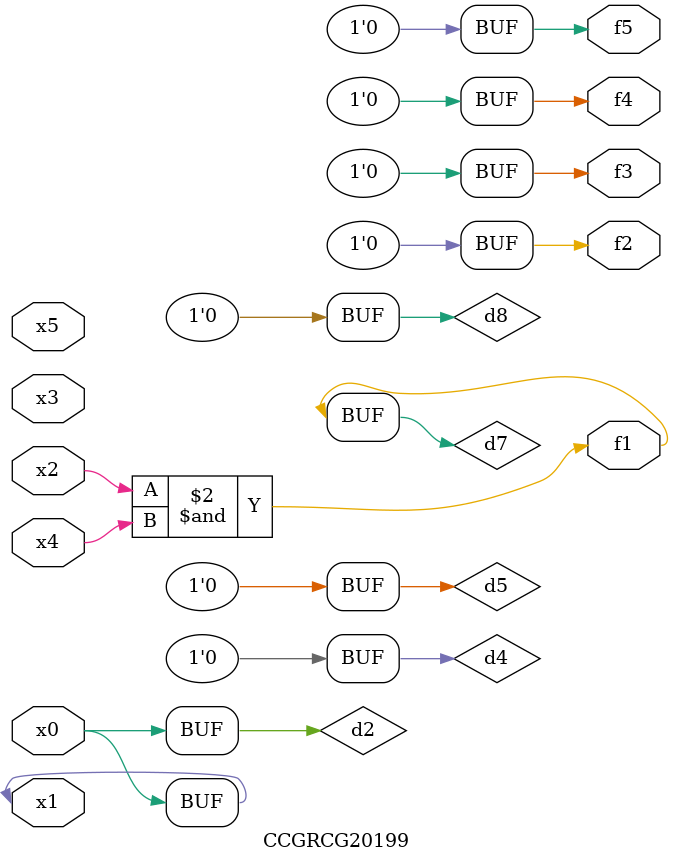
<source format=v>
module CCGRCG20199(
	input x0, x1, x2, x3, x4, x5,
	output f1, f2, f3, f4, f5
);

	wire d1, d2, d3, d4, d5, d6, d7, d8, d9;

	nand (d1, x1);
	buf (d2, x0, x1);
	nand (d3, x2, x4);
	and (d4, d1, d2);
	and (d5, d1, d2);
	nand (d6, d1, d3);
	not (d7, d3);
	xor (d8, d5);
	nor (d9, d5, d6);
	assign f1 = d7;
	assign f2 = d8;
	assign f3 = d8;
	assign f4 = d8;
	assign f5 = d8;
endmodule

</source>
